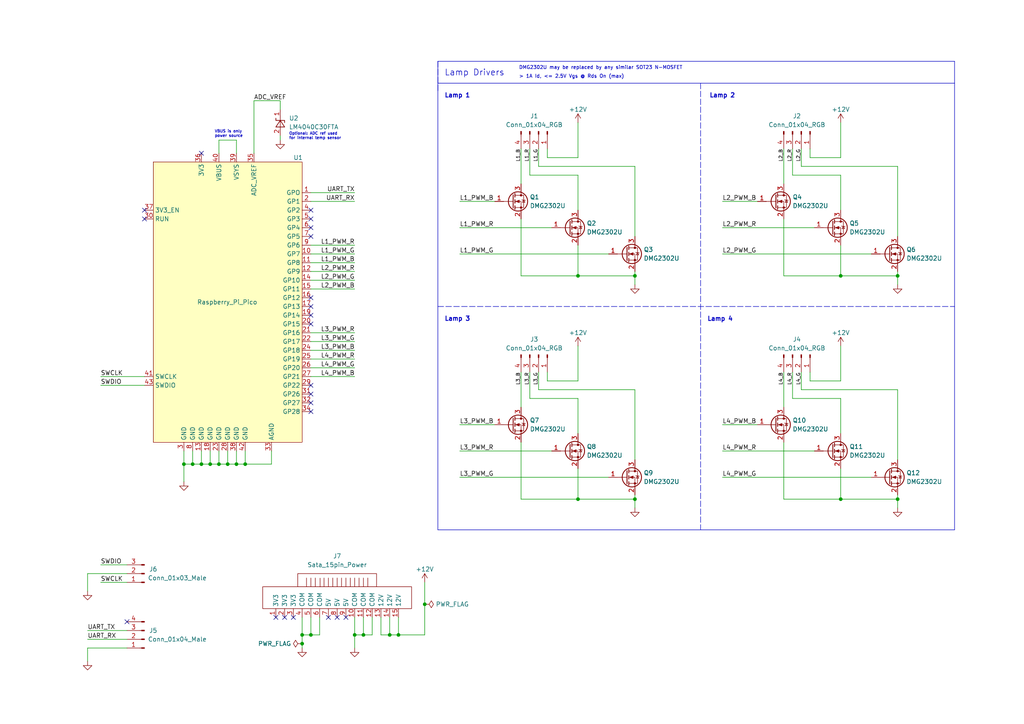
<source format=kicad_sch>
(kicad_sch (version 20211123) (generator eeschema)
  (paper "A4")
  (title_block (title "Pico 12VRGB Controller") (date "2023-01-17") (rev "0.1") (company "BlueKeyes") (comment 1 "https://github.com/bluekeyes/pico-12rgb-hid-controller"))
  (lib_symbols
    (symbol "Connector:Conn_01x03_Male" (pin_names (offset 1.016) hide)
      (property "Reference" "J" (at 0 5.08 0))
      (property "Value" "Conn_01x03_Male" (at 0 -5.08 0))
      (symbol "Conn_01x03_Male_1_1"
        (polyline (pts (xy 1.27 -2.54) (xy 0.8636 -2.54)) (stroke (width 0.1524)))
        (polyline (pts (xy 1.27 0) (xy 0.8636 0)) (stroke (width 0.1524)))
        (polyline (pts (xy 1.27 2.54) (xy 0.8636 2.54)) (stroke (width 0.1524)))
        (rectangle (start 0.8636 -2.413) (end 0 -2.667) (stroke (width 0.1524)) (fill (type outline)))
        (rectangle (start 0.8636 0.127) (end 0 -0.127) (stroke (width 0.1524)) (fill (type outline)))
        (rectangle (start 0.8636 2.667) (end 0 2.413) (stroke (width 0.1524)) (fill (type outline)))
        (pin passive line (at 5.08 2.54 180) (length 3.81) (name "Pin_1") (number "1"))
        (pin passive line (at 5.08 0 180) (length 3.81) (name "Pin_2") (number "2"))
        (pin passive line (at 5.08 -2.54 180) (length 3.81) (name "Pin_3") (number "3"))
      )
    )
    (symbol "Connector:Conn_01x04_Male" (pin_names (offset 1.016) hide)
      (property "Reference" "J" (at 0 5.08 0))
      (property "Value" "Conn_01x04_Male" (at 0 -7.62 0))
      (symbol "Conn_01x04_Male_1_1"
        (polyline (pts (xy 1.27 -5.08) (xy 0.8636 -5.08)) (stroke (width 0.1524)))
        (polyline (pts (xy 1.27 -2.54) (xy 0.8636 -2.54)) (stroke (width 0.1524)))
        (polyline (pts (xy 1.27 0) (xy 0.8636 0)) (stroke (width 0.1524)))
        (polyline (pts (xy 1.27 2.54) (xy 0.8636 2.54)) (stroke (width 0.1524)))
        (rectangle (start 0.8636 -4.953) (end 0 -5.207) (stroke (width 0.1524)) (fill (type outline)))
        (rectangle (start 0.8636 -2.413) (end 0 -2.667) (stroke (width 0.1524)) (fill (type outline)))
        (rectangle (start 0.8636 0.127) (end 0 -0.127) (stroke (width 0.1524)) (fill (type outline)))
        (rectangle (start 0.8636 2.667) (end 0 2.413) (stroke (width 0.1524)) (fill (type outline)))
        (pin passive line (at 5.08 2.54 180) (length 3.81) (name "Pin_1") (number "1"))
        (pin passive line (at 5.08 0 180) (length 3.81) (name "Pin_2") (number "2"))
        (pin passive line (at 5.08 -2.54 180) (length 3.81) (name "Pin_3") (number "3"))
        (pin passive line (at 5.08 -5.08 180) (length 3.81) (name "Pin_4") (number "4"))
      )
    )
    (symbol "Reference_Voltage:LM4040DBZ-3" (pin_names (offset 0.0254) hide)
      (property "Reference" "U" (at 0 2.54 0))
      (property "Value" "LM4040DBZ-3" (at 0 -3.175 0))
      (symbol "LM4040DBZ-3_0_1"
        (polyline (pts (xy -1.27 0) (xy 0 0) (xy 1.27 0)))
        (polyline (pts (xy -1.27 -1.27) (xy 0.635 0) (xy -1.27 1.27) (xy -1.27 -1.27)) (stroke (width 0.2032)))
        (polyline (pts (xy 0 -1.27) (xy 0.635 -1.27) (xy 0.635 1.27) (xy 1.27 1.27)) (stroke (width 0.2032)))
      )
      (symbol "LM4040DBZ-3_1_1"
        (pin passive line (at 3.81 0 180) (length 2.54) (name "K") (number "1"))
        (pin passive line (at -3.81 0 0) (length 2.54) (name "A") (number "2"))
      )
    )
    (symbol "Transistor_FET:DMG2302U" (pin_names hide)
      (property "Reference" "Q" (at 5.08 1.905 0))
      (property "Value" "DMG2302U" (at 5.08 0 0))
      (symbol "DMG2302U_0_1"
        (polyline (pts (xy 0.254 0) (xy -2.54 0)))
        (polyline (pts (xy 0.254 1.905) (xy 0.254 -1.905)) (stroke (width 0.254)))
        (polyline (pts (xy 0.762 -1.27) (xy 0.762 -2.286)) (stroke (width 0.254)))
        (polyline (pts (xy 0.762 0.508) (xy 0.762 -0.508)) (stroke (width 0.254)))
        (polyline (pts (xy 0.762 2.286) (xy 0.762 1.27)) (stroke (width 0.254)))
        (polyline (pts (xy 2.54 2.54) (xy 2.54 1.778)))
        (polyline (pts (xy 2.54 -2.54) (xy 2.54 0) (xy 0.762 0)))
        (polyline (pts (xy 0.762 -1.778) (xy 3.302 -1.778) (xy 3.302 1.778) (xy 0.762 1.778)))
        (polyline (pts (xy 1.016 0) (xy 2.032 0.381) (xy 2.032 -0.381) (xy 1.016 0)) (fill (type outline)))
        (polyline (pts (xy 2.794 0.508) (xy 2.921 0.381) (xy 3.683 0.381) (xy 3.81 0.254)))
        (polyline (pts (xy 3.302 0.381) (xy 2.921 -0.254) (xy 3.683 -0.254) (xy 3.302 0.381)))
        (circle (center 1.651 0) (radius 2.794) (stroke (width 0.254)))
        (circle (center 2.54 -1.778) (radius 0.254) (fill (type outline)))
        (circle (center 2.54 1.778) (radius 0.254) (fill (type outline)))
      )
      (symbol "DMG2302U_1_1"
        (pin input line (at -5.08 0 0) (length 2.54) (name "G") (number "1"))
        (pin passive line (at 2.54 -5.08 90) (length 2.54) (name "S") (number "2"))
        (pin passive line (at 2.54 5.08 270) (length 2.54) (name "D") (number "3"))
      )
    )
    (symbol "pico_12vrgb:Raspberry_Pi_Pico"
      (property "Reference" "U" (at 20.32 41.91 0))
      (property "Value" "Raspberry_Pi_Pico" (at 0 0 0))
      (symbol "Raspberry_Pi_Pico_0_0"
        (pin bidirectional line (at 24.13 31.75 180) (length 2.54) (name "GPO") (number "1"))
        (pin bidirectional line (at 24.13 13.97 180) (length 2.54) (name "GP7") (number "10"))
        (pin bidirectional line (at 24.13 11.43 180) (length 2.54) (name "GP8") (number "11"))
        (pin bidirectional line (at 24.13 8.89 180) (length 2.54) (name "GP9") (number "12"))
        (pin power_in line (at -7.62 -43.18 90) (length 2.54) (name "GND") (number "13"))
        (pin bidirectional line (at 24.13 6.35 180) (length 2.54) (name "GP10") (number "14"))
        (pin bidirectional line (at 24.13 3.81 180) (length 2.54) (name "GP11") (number "15"))
        (pin bidirectional line (at 24.13 1.27 180) (length 2.54) (name "GP12") (number "16"))
        (pin bidirectional line (at 24.13 -1.27 180) (length 2.54) (name "GP13") (number "17"))
        (pin power_in line (at -5.08 -43.18 90) (length 2.54) (name "GND") (number "18"))
        (pin bidirectional line (at 24.13 -3.81 180) (length 2.54) (name "GP14") (number "19"))
        (pin bidirectional line (at 24.13 29.21 180) (length 2.54) (name "GP1") (number "2"))
        (pin bidirectional line (at 24.13 -6.35 180) (length 2.54) (name "GP15") (number "20"))
        (pin bidirectional line (at 24.13 -8.89 180) (length 2.54) (name "GP16") (number "21"))
        (pin bidirectional line (at 24.13 -11.43 180) (length 2.54) (name "GP17") (number "22"))
        (pin power_in line (at -2.54 -43.18 90) (length 2.54) (name "GND") (number "23"))
        (pin bidirectional line (at 24.13 -13.97 180) (length 2.54) (name "GP18") (number "24"))
        (pin bidirectional line (at 24.13 -16.51 180) (length 2.54) (name "GP19") (number "25"))
        (pin bidirectional line (at 24.13 -19.05 180) (length 2.54) (name "GP20") (number "26"))
        (pin bidirectional line (at 24.13 -21.59 180) (length 2.54) (name "GP21") (number "27"))
        (pin power_in line (at 0 -43.18 90) (length 2.54) (name "GND") (number "28"))
        (pin bidirectional line (at 24.13 -24.13 180) (length 2.54) (name "GP22") (number "29"))
        (pin power_in line (at -12.7 -43.18 90) (length 2.54) (name "GND") (number "3"))
        (pin input line (at -24.13 24.13 0) (length 2.54) (name "RUN") (number "30"))
        (pin bidirectional line (at 24.13 -26.67 180) (length 2.54) (name "GP26") (number "31"))
        (pin bidirectional line (at 24.13 -29.21 180) (length 2.54) (name "GP27") (number "32"))
        (pin power_in line (at 12.7 -43.18 90) (length 2.54) (name "AGND") (number "33"))
        (pin bidirectional line (at 24.13 -31.75 180) (length 2.54) (name "GP28") (number "34"))
        (pin input line (at 7.62 43.18 270) (length 2.54) (name "ADC_VREF") (number "35"))
        (pin power_out line (at -7.62 43.18 270) (length 2.54) (name "3V3") (number "36"))
        (pin input line (at -24.13 26.67 0) (length 2.54) (name "3V3_EN") (number "37"))
        (pin power_in line (at 2.54 -43.18 90) (length 2.54) (name "GND") (number "38"))
        (pin power_in line (at 2.54 43.18 270) (length 2.54) (name "VSYS") (number "39"))
        (pin bidirectional line (at 24.13 26.67 180) (length 2.54) (name "GP2") (number "4"))
        (pin power_out line (at -2.54 43.18 270) (length 2.54) (name "VBUS") (number "40"))
        (pin input line (at -24.13 -21.59 0) (length 2.54) (name "SWCLK") (number "41"))
        (pin power_in line (at 5.08 -43.18 90) (length 2.54) (name "GND") (number "42"))
        (pin bidirectional line (at -24.13 -24.13 0) (length 2.54) (name "SWDIO") (number "43"))
        (pin bidirectional line (at 24.13 24.13 180) (length 2.54) (name "GP3") (number "5"))
        (pin bidirectional line (at 24.13 21.59 180) (length 2.54) (name "GP4") (number "6"))
        (pin bidirectional line (at 24.13 19.05 180) (length 2.54) (name "GP5") (number "7"))
        (pin power_in line (at -10.16 -43.18 90) (length 2.54) (name "GND") (number "8"))
        (pin bidirectional line (at 24.13 16.51 180) (length 2.54) (name "GP6") (number "9"))
      )
      (symbol "Raspberry_Pi_Pico_0_1"
        (rectangle (start -21.59 40.64) (end 21.59 -40.64) (fill (type background)))
      )
    )
    (symbol "pico_12vrgb:Sata_15pin_Power"
      (property "Reference" "J" (at 0 13.97 0))
      (property "Value" "Sata_15pin_Power" (at 0 11.43 0))
      (symbol "Sata_15pin_Power_0_1"
        (rectangle (start -21.59 6.35) (end 21.59 0))
        (rectangle (start -11.43 10.16) (end 11.43 6.35))
        (polyline (pts (xy -8.89 8.89) (xy -8.89 6.35)))
        (polyline (pts (xy -7.62 8.89) (xy -7.62 6.35)))
        (polyline (pts (xy -6.35 8.89) (xy -6.35 6.35)))
        (polyline (pts (xy -4.9508 8.8477) (xy -4.9508 6.3077)))
        (polyline (pts (xy -3.81 8.89) (xy -3.81 6.35)))
        (polyline (pts (xy -2.54 8.89) (xy -2.54 6.35)))
        (polyline (pts (xy -1.27 8.89) (xy -1.27 6.35)))
        (polyline (pts (xy 0 8.89) (xy 0 6.35)))
        (polyline (pts (xy 1.27 8.89) (xy 1.27 6.35)))
        (polyline (pts (xy 2.54 8.89) (xy 2.54 6.35)))
        (polyline (pts (xy 3.81 8.89) (xy 3.81 6.35)))
        (polyline (pts (xy 5.08 8.89) (xy 5.08 6.35)))
        (polyline (pts (xy 6.35 8.89) (xy 6.35 6.35)))
        (polyline (pts (xy 7.62 8.89) (xy 7.62 6.35)))
        (polyline (pts (xy 8.89 8.89) (xy 8.89 6.35)))
      )
      (symbol "Sata_15pin_Power_1_1"
        (pin passive line (at -17.78 -2.54 90) (length 2.54) (name "3V3") (number "1"))
        (pin passive line (at 5.08 -2.54 90) (length 2.54) (name "COM") (number "10"))
        (pin passive line (at 7.62 -2.54 90) (length 2.54) (name "COM") (number "11"))
        (pin passive line (at 10.16 -2.54 90) (length 2.54) (name "COM") (number "12"))
        (pin passive line (at 12.7 -2.54 90) (length 2.54) (name "12V") (number "13"))
        (pin passive line (at 15.24 -2.54 90) (length 2.54) (name "12V") (number "14"))
        (pin passive line (at 17.78 -2.54 90) (length 2.54) (name "12V") (number "15"))
        (pin passive line (at -15.24 -2.54 90) (length 2.54) (name "3V3") (number "2"))
        (pin passive line (at -12.7 -2.54 90) (length 2.54) (name "3V3") (number "3"))
        (pin passive line (at -10.16 -2.54 90) (length 2.54) (name "COM") (number "4"))
        (pin passive line (at -7.62 -2.54 90) (length 2.54) (name "COM") (number "5"))
        (pin passive line (at -5.08 -2.54 90) (length 2.54) (name "COM") (number "6"))
        (pin passive line (at -2.54 -2.54 90) (length 2.54) (name "5V") (number "7"))
        (pin passive line (at 0 -2.54 90) (length 2.54) (name "5V") (number "8"))
        (pin passive line (at 2.54 -2.54 90) (length 2.54) (name "5V") (number "9"))
      )
    )
    (symbol "power:+12V" (power) (pin_names (offset 0))
      (property "Value" "+12V" (at 0 3.556 0))
      (symbol "+12V_0_1"
        (polyline (pts (xy -0.762 1.27) (xy 0 2.54)))
        (polyline (pts (xy 0 0) (xy 0 2.54)))
        (polyline (pts (xy 0 2.54) (xy 0.762 1.27)))
      )
      (symbol "+12V_1_1"
        (pin power_in line (at 0 0 90) (length 0) hide (name "+12V") (number "1"))
      )
    )
    (symbol "power:GND" (power) (pin_names (offset 0))
      (property "Value" "GND" (at 0 -3.81 0))
      (symbol "GND_0_1"
        (polyline (pts (xy 0 0) (xy 0 -1.27) (xy 1.27 -1.27) (xy 0 -2.54) (xy -1.27 -1.27) (xy 0 -1.27)))
      )
      (symbol "GND_1_1"
        (pin power_in line (at 0 0 270) (length 0) hide (name "GND") (number "1"))
      )
    )
    (symbol "power:PWR_FLAG" (power) (pin_numbers hide) (pin_names (offset 0) hide)
      (property "Value" "PWR_FLAG" (at 0 3.81 0))
      (symbol "PWR_FLAG_0_0"
        (pin power_out line (at 0 0 90) (length 0) (name "pwr") (number "1"))
      )
      (symbol "PWR_FLAG_0_1"
        (polyline (pts (xy 0 0) (xy 0 1.27) (xy -1.016 1.905) (xy 0 2.54) (xy 1.016 1.905) (xy 0 1.27)))
      )
    )
  )
  (junction (at 90.17 184.15))
  (junction (at 55.88 134.62))
  (junction (at 167.64 80.01))
  (junction (at 68.58 134.62))
  (junction (at 63.5 134.62))
  (junction (at 123.19 175.26))
  (junction (at 113.03 184.15))
  (junction (at 167.64 144.78))
  (junction (at 71.12 134.62))
  (junction (at 53.34 134.62))
  (junction (at 260.35 80.01))
  (junction (at 66.04 134.62))
  (junction (at 115.57 184.15))
  (junction (at 260.35 144.78))
  (junction (at 58.42 134.62))
  (junction (at 184.15 80.01))
  (junction (at 184.15 144.78))
  (junction (at 102.87 184.15))
  (junction (at 87.63 184.15))
  (junction (at 243.84 144.78))
  (junction (at 243.84 80.01))
  (junction (at 87.63 186.69))
  (junction (at 105.41 184.15))
  (junction (at 60.96 134.62))
  (no_connect (at 90.17 116.84))
  (no_connect (at 90.17 60.96))
  (no_connect (at 82.55 179.07))
  (no_connect (at 90.17 119.38))
  (no_connect (at 90.17 91.44))
  (no_connect (at 90.17 68.58))
  (no_connect (at 41.91 63.5))
  (no_connect (at 90.17 63.5))
  (no_connect (at 90.17 86.36))
  (no_connect (at 97.79 179.07))
  (no_connect (at 90.17 114.3))
  (no_connect (at 90.17 111.76))
  (no_connect (at 100.33 179.07))
  (no_connect (at 95.25 179.07))
  (no_connect (at 80.01 179.07))
  (no_connect (at 90.17 66.04))
  (no_connect (at 85.09 179.07))
  (no_connect (at 90.17 93.98))
  (no_connect (at 41.91 60.96))
  (no_connect (at 90.17 88.9))
  (no_connect (at 58.42 44.45))
  (no_connect (at 36.83 180.34))
  (wire (pts (xy 90.17 184.15) (xy 92.71 184.15)))
  (wire (pts (xy 243.84 71.12) (xy 243.84 80.01)))
  (wire (pts (xy 133.35 58.42) (xy 143.51 58.42)))
  (wire (pts (xy 232.41 113.03) (xy 260.35 113.03)))
  (wire (pts (xy 184.15 48.26) (xy 184.15 68.58)))
  (polyline (pts (xy 127 24.13) (xy 276.86 24.13)) (stroke (width 0) (type solid)))
  (wire (pts (xy 63.5 40.64) (xy 63.5 44.45)))
  (wire (pts (xy 71.12 130.81) (xy 71.12 134.62)))
  (wire (pts (xy 260.35 113.03) (xy 260.35 133.35)))
  (wire (pts (xy 115.57 184.15) (xy 123.19 184.15)))
  (wire (pts (xy 81.28 39.37) (xy 81.28 40.64)))
  (wire (pts (xy 227.33 107.95) (xy 227.33 118.11)))
  (wire (pts (xy 90.17 81.28) (xy 102.87 81.28)))
  (wire (pts (xy 90.17 58.42) (xy 102.87 58.42)))
  (wire (pts (xy 29.21 109.22) (xy 41.91 109.22)))
  (wire (pts (xy 260.35 78.74) (xy 260.35 80.01)))
  (wire (pts (xy 243.84 80.01) (xy 260.35 80.01)))
  (polyline (pts (xy 127 17.78) (xy 127 153.67)) (stroke (width 0) (type solid)))
  (wire (pts (xy 158.75 110.49) (xy 167.64 110.49)))
  (wire (pts (xy 151.13 144.78) (xy 167.64 144.78)))
  (wire (pts (xy 102.87 184.15) (xy 105.41 184.15)))
  (wire (pts (xy 29.21 163.83) (xy 36.83 163.83)))
  (wire (pts (xy 153.67 50.8) (xy 167.64 50.8)))
  (wire (pts (xy 53.34 130.81) (xy 53.34 134.62)))
  (wire (pts (xy 229.87 115.57) (xy 243.84 115.57)))
  (wire (pts (xy 60.96 134.62) (xy 63.5 134.62)))
  (wire (pts (xy 90.17 109.22) (xy 102.87 109.22)))
  (wire (pts (xy 90.17 106.68) (xy 102.87 106.68)))
  (wire (pts (xy 184.15 144.78) (xy 184.15 147.32)))
  (wire (pts (xy 158.75 45.72) (xy 167.64 45.72)))
  (wire (pts (xy 90.17 96.52) (xy 102.87 96.52)))
  (wire (pts (xy 133.35 123.19) (xy 143.51 123.19)))
  (wire (pts (xy 25.4 166.37) (xy 25.4 171.45)))
  (wire (pts (xy 55.88 134.62) (xy 58.42 134.62)))
  (wire (pts (xy 133.35 73.66) (xy 176.53 73.66)))
  (wire (pts (xy 167.64 71.12) (xy 167.64 80.01)))
  (wire (pts (xy 243.84 100.33) (xy 243.84 110.49)))
  (wire (pts (xy 227.33 80.01) (xy 227.33 63.5)))
  (wire (pts (xy 156.21 113.03) (xy 184.15 113.03)))
  (wire (pts (xy 113.03 184.15) (xy 115.57 184.15)))
  (wire (pts (xy 260.35 143.51) (xy 260.35 144.78)))
  (wire (pts (xy 229.87 50.8) (xy 243.84 50.8)))
  (wire (pts (xy 209.55 58.42) (xy 219.71 58.42)))
  (wire (pts (xy 81.28 31.75) (xy 81.28 29.21)))
  (wire (pts (xy 209.55 73.66) (xy 252.73 73.66)))
  (wire (pts (xy 156.21 48.26) (xy 184.15 48.26)))
  (wire (pts (xy 90.17 73.66) (xy 102.87 73.66)))
  (wire (pts (xy 151.13 43.18) (xy 151.13 53.34)))
  (wire (pts (xy 25.4 185.42) (xy 36.83 185.42)))
  (wire (pts (xy 153.67 115.57) (xy 167.64 115.57)))
  (wire (pts (xy 115.57 179.07) (xy 115.57 184.15)))
  (wire (pts (xy 63.5 130.81) (xy 63.5 134.62)))
  (wire (pts (xy 107.95 184.15) (xy 107.95 179.07)))
  (wire (pts (xy 243.84 35.56) (xy 243.84 45.72)))
  (wire (pts (xy 66.04 130.81) (xy 66.04 134.62)))
  (wire (pts (xy 167.64 80.01) (xy 184.15 80.01)))
  (wire (pts (xy 63.5 40.64) (xy 68.58 40.64)))
  (wire (pts (xy 151.13 107.95) (xy 151.13 118.11)))
  (wire (pts (xy 73.66 29.21) (xy 81.28 29.21)))
  (wire (pts (xy 58.42 130.81) (xy 58.42 134.62)))
  (wire (pts (xy 234.95 110.49) (xy 243.84 110.49)))
  (wire (pts (xy 234.95 107.95) (xy 234.95 110.49)))
  (wire (pts (xy 133.35 66.04) (xy 160.02 66.04)))
  (wire (pts (xy 90.17 99.06) (xy 102.87 99.06)))
  (wire (pts (xy 53.34 134.62) (xy 53.34 139.7)))
  (wire (pts (xy 158.75 107.95) (xy 158.75 110.49)))
  (wire (pts (xy 167.64 115.57) (xy 167.64 125.73)))
  (wire (pts (xy 209.55 66.04) (xy 236.22 66.04)))
  (wire (pts (xy 105.41 184.15) (xy 107.95 184.15)))
  (polyline (pts (xy 127 17.78) (xy 127 26.67)))
  (wire (pts (xy 243.84 50.8) (xy 243.84 60.96)))
  (wire (pts (xy 184.15 113.03) (xy 184.15 133.35)))
  (wire (pts (xy 167.64 144.78) (xy 184.15 144.78)))
  (wire (pts (xy 184.15 143.51) (xy 184.15 144.78)))
  (wire (pts (xy 123.19 175.26) (xy 123.19 184.15)))
  (wire (pts (xy 36.83 187.96) (xy 25.4 187.96)))
  (wire (pts (xy 92.71 179.07) (xy 92.71 184.15)))
  (wire (pts (xy 87.63 186.69) (xy 87.63 187.96)))
  (wire (pts (xy 227.33 80.01) (xy 243.84 80.01)))
  (wire (pts (xy 87.63 184.15) (xy 90.17 184.15)))
  (wire (pts (xy 229.87 107.95) (xy 229.87 115.57)))
  (wire (pts (xy 232.41 43.18) (xy 232.41 48.26)))
  (wire (pts (xy 87.63 179.07) (xy 87.63 184.15)))
  (wire (pts (xy 260.35 80.01) (xy 260.35 82.55)))
  (wire (pts (xy 243.84 144.78) (xy 260.35 144.78)))
  (wire (pts (xy 167.64 50.8) (xy 167.64 60.96)))
  (wire (pts (xy 167.64 135.89) (xy 167.64 144.78)))
  (wire (pts (xy 68.58 40.64) (xy 68.58 44.45)))
  (wire (pts (xy 260.35 48.26) (xy 260.35 68.58)))
  (wire (pts (xy 78.74 134.62) (xy 78.74 130.81)))
  (wire (pts (xy 209.55 123.19) (xy 219.71 123.19)))
  (wire (pts (xy 60.96 130.81) (xy 60.96 134.62)))
  (wire (pts (xy 110.49 179.07) (xy 110.49 184.15)))
  (wire (pts (xy 68.58 130.81) (xy 68.58 134.62)))
  (wire (pts (xy 234.95 45.72) (xy 243.84 45.72)))
  (wire (pts (xy 153.67 107.95) (xy 153.67 115.57)))
  (wire (pts (xy 53.34 134.62) (xy 55.88 134.62)))
  (wire (pts (xy 110.49 184.15) (xy 113.03 184.15)))
  (wire (pts (xy 68.58 134.62) (xy 71.12 134.62)))
  (wire (pts (xy 25.4 187.96) (xy 25.4 191.77)))
  (wire (pts (xy 227.33 144.78) (xy 227.33 128.27)))
  (wire (pts (xy 133.35 130.81) (xy 160.02 130.81)))
  (wire (pts (xy 58.42 134.62) (xy 60.96 134.62)))
  (wire (pts (xy 167.64 100.33) (xy 167.64 110.49)))
  (wire (pts (xy 209.55 130.81) (xy 236.22 130.81)))
  (wire (pts (xy 29.21 111.76) (xy 41.91 111.76)))
  (wire (pts (xy 227.33 43.18) (xy 227.33 53.34)))
  (wire (pts (xy 260.35 144.78) (xy 260.35 147.32)))
  (wire (pts (xy 209.55 138.43) (xy 252.73 138.43)))
  (wire (pts (xy 123.19 168.91) (xy 123.19 175.26)))
  (polyline (pts (xy 276.86 17.78) (xy 127 17.78)) (stroke (width 0) (type solid)))
  (wire (pts (xy 156.21 107.95) (xy 156.21 113.03)))
  (wire (pts (xy 102.87 184.15) (xy 102.87 187.96)))
  (wire (pts (xy 29.21 168.91) (xy 36.83 168.91)))
  (wire (pts (xy 232.41 48.26) (xy 260.35 48.26)))
  (wire (pts (xy 63.5 134.62) (xy 66.04 134.62)))
  (wire (pts (xy 90.17 104.14) (xy 102.87 104.14)))
  (wire (pts (xy 87.63 184.15) (xy 87.63 186.69)))
  (wire (pts (xy 90.17 101.6) (xy 102.87 101.6)))
  (wire (pts (xy 73.66 29.21) (xy 73.66 44.45)))
  (wire (pts (xy 153.67 43.18) (xy 153.67 50.8)))
  (wire (pts (xy 105.41 179.07) (xy 105.41 184.15)))
  (polyline (pts (xy 127 88.9) (xy 276.86 88.9)))
  (wire (pts (xy 133.35 138.43) (xy 176.53 138.43)))
  (wire (pts (xy 243.84 135.89) (xy 243.84 144.78)))
  (wire (pts (xy 66.04 134.62) (xy 68.58 134.62)))
  (wire (pts (xy 113.03 179.07) (xy 113.03 184.15)))
  (polyline (pts (xy 127 153.67) (xy 276.86 153.67)) (stroke (width 0) (type solid)))
  (wire (pts (xy 151.13 144.78) (xy 151.13 128.27)))
  (wire (pts (xy 25.4 182.88) (xy 36.83 182.88)))
  (wire (pts (xy 90.17 83.82) (xy 102.87 83.82)))
  (polyline (pts (xy 276.86 153.67) (xy 276.86 17.78)) (stroke (width 0) (type solid)))
  (wire (pts (xy 90.17 78.74) (xy 102.87 78.74)))
  (wire (pts (xy 102.87 179.07) (xy 102.87 184.15)))
  (wire (pts (xy 184.15 80.01) (xy 184.15 82.55)))
  (wire (pts (xy 243.84 115.57) (xy 243.84 125.73)))
  (wire (pts (xy 151.13 80.01) (xy 151.13 63.5)))
  (wire (pts (xy 55.88 130.81) (xy 55.88 134.62)))
  (wire (pts (xy 151.13 80.01) (xy 167.64 80.01)))
  (wire (pts (xy 90.17 76.2) (xy 102.87 76.2)))
  (polyline (pts (xy 203.2 24.13) (xy 203.2 153.67)))
  (wire (pts (xy 25.4 166.37) (xy 36.83 166.37)))
  (wire (pts (xy 156.21 43.18) (xy 156.21 48.26)))
  (wire (pts (xy 234.95 43.18) (xy 234.95 45.72)))
  (wire (pts (xy 71.12 134.62) (xy 78.74 134.62)))
  (wire (pts (xy 184.15 78.74) (xy 184.15 80.01)))
  (wire (pts (xy 229.87 43.18) (xy 229.87 50.8)))
  (wire (pts (xy 232.41 107.95) (xy 232.41 113.03)))
  (wire (pts (xy 90.17 179.07) (xy 90.17 184.15)))
  (wire (pts (xy 227.33 144.78) (xy 243.84 144.78)))
  (wire (pts (xy 90.17 71.12) (xy 102.87 71.12)))
  (wire (pts (xy 158.75 43.18) (xy 158.75 45.72)))
  (wire (pts (xy 167.64 35.56) (xy 167.64 45.72)))
  (wire (pts (xy 90.17 55.88) (xy 102.87 55.88)))
  (text "Lamp 2" (at 205.74 28.575 0) (effects (font (size 1.27 1.27) (thickness 0.254) bold) (justify left bottom)))
  (text "Lamp Drivers" (at 128.905 22.225 0) (effects (font (size 1.75 1.75)) (justify left bottom)))
  (text "> 1A Id, <= 2.5V Vgs @ Rds On (max)" (at 150.495 22.86 0) (effects (font (size 1 1)) (justify left bottom)))
  (text "DMG2302U may be replaced by any similar SOT23 N-MOSFET" (at 150.495 20.32 0) (effects (font (size 1 1)) (justify left bottom)))
  (text "Optional: ADC ref used\nfor internal temp sensor" (at 83.82 40.64 0) (effects (font (size 0.8 0.8)) (justify left bottom)))
  (text "Lamp 4" (at 205.105 93.3792 0) (effects (font (size 1.27 1.27) (thickness 0.254) bold) (justify left bottom)))
  (text "Lamp 1" (at 128.905 28.575 0) (effects (font (size 1.27 1.27) (thickness 0.254) bold) (justify left bottom)))
  (text "VBUS is only\npower source" (at 62.23 40.005 0) (effects (font (size 0.8 0.8)) (justify left bottom)))
  (text "Lamp 3" (at 128.905 93.345 0) (effects (font (size 1.27 1.27) (thickness 0.254) bold) (justify left bottom)))
  (label "L3_R" (at 153.67 107.95 270) (effects (font (size 1 1))))
  (label "L3_PWM_G" (at 102.87 99.06 180))
  (label "UART_RX" (at 102.87 58.42 180))
  (label "L3_PWM_R" (at 133.35 130.81 0))
  (label "L4_R" (at 229.87 107.95 270) (effects (font (size 1 1))))
  (label "L1_PWM_G" (at 133.35 73.66 0))
  (label "L3_PWM_R" (at 102.87 96.52 180))
  (label "L4_PWM_G" (at 102.87 106.68 180))
  (label "L2_PWM_G" (at 209.55 73.66 0))
  (label "ADC_VREF" (at 73.66 29.21 0))
  (label "L4_PWM_G" (at 209.55 138.43 0))
  (label "L3_B" (at 151.13 107.95 270) (effects (font (size 1 1))))
  (label "L2_G" (at 232.41 43.18 270) (effects (font (size 1 1))))
  (label "L4_G" (at 232.41 107.95 270) (effects (font (size 1 1))))
  (label "L2_PWM_G" (at 102.87 81.28 180))
  (label "SWDIO" (at 29.21 111.76 0))
  (label "L1_PWM_R" (at 133.35 66.04 0))
  (label "L2_PWM_R" (at 209.55 66.04 0))
  (label "L3_PWM_G" (at 133.35 138.43 0))
  (label "L1_G" (at 156.21 43.18 270) (effects (font (size 1 1))))
  (label "L1_PWM_B" (at 133.35 58.42 0))
  (label "L1_R" (at 153.67 43.18 270) (effects (font (size 1 1))))
  (label "L2_PWM_B" (at 102.87 83.82 180))
  (label "L2_R" (at 229.87 43.18 270) (effects (font (size 1 1))))
  (label "L2_B" (at 227.33 43.18 270) (effects (font (size 1 1))))
  (label "L1_PWM_R" (at 102.87 71.12 180))
  (label "SWDIO" (at 29.21 163.83 0))
  (label "L2_PWM_B" (at 209.55 58.42 0))
  (label "L4_PWM_R" (at 102.87 104.14 180))
  (label "L3_PWM_B" (at 133.35 123.19 0))
  (label "SWCLK" (at 29.21 109.22 0))
  (label "UART_RX" (at 25.4 185.42 0))
  (label "L1_PWM_B" (at 102.87 76.2 180))
  (label "SWCLK" (at 29.21 168.91 0))
  (label "UART_TX" (at 25.4 182.88 0))
  (label "L3_G" (at 156.21 107.95 270) (effects (font (size 1 1))))
  (label "L4_PWM_R" (at 209.55 130.81 0))
  (label "L4_PWM_B" (at 209.55 123.19 0))
  (label "L4_B" (at 227.33 107.95 270) (effects (font (size 1 1))))
  (label "L4_PWM_B" (at 102.87 109.22 180))
  (label "L2_PWM_R" (at 102.87 78.74 180))
  (label "L1_PWM_G" (at 102.87 73.66 180))
  (label "L1_B" (at 151.13 43.18 270) (effects (font (size 1 1))))
  (label "UART_TX" (at 102.87 55.88 180))
  (label "L3_PWM_B" (at 102.87 101.6 180))
  (symbol (lib_id "power:GND") (at 260.35 147.32 0) (unit 1)
    (property "Reference" "#PWR014" (effects hide))
    (property "Value" "GND" (effects hide))
  )
  (symbol (lib_id "pico_12vrgb:Sata_15pin_Power") (at 97.79 176.53 0) (unit 1)
    (property "Reference" "J7" (at 97.79 161.29 0))
    (property "Value" "Sata_15pin_Power" (at 97.79 163.83 0))
    (property "Footprint" "pico_12vrgb_controller:ModDIY_SATA_15pin_RightAngle_Header" (effects hide))
  )
  (symbol (lib_id "power:PWR_FLAG") (at 87.63 186.69 90) (unit 1)
    (property "Reference" "#FLG0102" (effects hide))
    (property "Value" "PWR_FLAG" (at 84.455 186.69 90) (effects (justify left)))
  )
  (symbol (lib_id "power:+12V") (at 243.84 100.33 0) (unit 1)
    (property "Reference" "#PWR012" (effects hide))
    (property "Value" "+12V" (at 243.84 96.52 0))
  )
  (symbol (lib_id "power:GND") (at 102.87 187.96 0) (unit 1)
    (property "Reference" "#PWR05" (effects hide))
    (property "Value" "GND" (effects hide))
  )
  (symbol (lib_id "Transistor_FET:DMG2302U") (at 257.81 138.43 0) (unit 1)
    (property "Reference" "Q12" (at 262.89 137.16 0) (effects (justify left)))
    (property "Value" "DMG2302U" (at 262.89 139.7 0) (effects (justify left)))
    (property "Footprint" "Package_TO_SOT_SMD:SOT-23" (effects hide))
    (property "Datasheet" "http://www.diodes.com/assets/Datasheets/DMG2302U.pdf" (effects hide))
  )
  (symbol (lib_id "Transistor_FET:DMG2302U") (at 148.59 58.42 0) (unit 1)
    (property "Reference" "Q1" (at 153.67 57.15 0) (effects (justify left)))
    (property "Value" "DMG2302U" (at 153.67 59.69 0) (effects (justify left)))
    (property "Footprint" "Package_TO_SOT_SMD:SOT-23" (effects hide))
    (property "Datasheet" "http://www.diodes.com/assets/Datasheets/DMG2302U.pdf" (effects hide))
  )
  (symbol (lib_id "Transistor_FET:DMG2302U") (at 224.79 123.19 0) (unit 1)
    (property "Reference" "Q10" (at 229.87 121.92 0) (effects (justify left)))
    (property "Value" "DMG2302U" (at 229.87 124.46 0) (effects (justify left)))
    (property "Footprint" "Package_TO_SOT_SMD:SOT-23" (effects hide))
    (property "Datasheet" "http://www.diodes.com/assets/Datasheets/DMG2302U.pdf" (effects hide))
  )
  (symbol (lib_id "power:GND") (at 87.63 187.96 0) (unit 1)
    (property "Reference" "#PWR04" (effects hide))
    (property "Value" "GND" (effects hide))
  )
  (symbol (lib_id "power:GND") (at 25.4 171.45 0) (unit 1)
    (property "Reference" "#PWR0102" (effects hide))
    (property "Value" "GND" (effects hide))
  )
  (symbol (lib_id "power:GND") (at 184.15 82.55 0) (unit 1)
    (property "Reference" "#PWR09" (effects hide))
    (property "Value" "GND" (effects hide))
  )
  (symbol (lib_id "Transistor_FET:DMG2302U") (at 165.1 66.04 0) (unit 1)
    (property "Reference" "Q2" (at 170.18 64.77 0) (effects (justify left)))
    (property "Value" "DMG2302U" (at 170.18 67.31 0) (effects (justify left)))
    (property "Footprint" "Package_TO_SOT_SMD:SOT-23" (effects hide))
    (property "Datasheet" "http://www.diodes.com/assets/Datasheets/DMG2302U.pdf" (effects hide))
  )
  (symbol (lib_id "power:+12V") (at 167.64 100.33 0) (unit 1)
    (property "Reference" "#PWR08" (effects hide))
    (property "Value" "+12V" (at 167.64 96.52 0))
  )
  (symbol (lib_id "Connector:Conn_01x04_Male") (at 232.41 38.1 270) (unit 1)
    (property "Reference" "J2" (at 231.14 33.655 90))
    (property "Value" "Conn_01x04_RGB" (at 231.14 36.195 90))
    (property "Footprint" "Connector_PinHeader_2.54mm:PinHeader_1x04_P2.54mm_Vertical" (effects hide))
  )
  (symbol (lib_id "power:+12V") (at 243.84 35.56 0) (unit 1)
    (property "Reference" "#PWR011" (effects hide))
    (property "Value" "+12V" (at 243.84 31.75 0))
  )
  (symbol (lib_id "Connector:Conn_01x04_Male") (at 41.91 185.42 180) (unit 1)
    (property "Reference" "J5" (at 44.45 182.88 0))
    (property "Value" "Conn_01x04_Male" (at 51.435 185.42 0))
    (property "Footprint" "Connector_PinHeader_2.54mm:PinHeader_1x04_P2.54mm_Vertical" (effects hide))
  )
  (symbol (lib_id "power:GND") (at 25.4 191.77 0) (unit 1)
    (property "Reference" "#PWR01" (effects hide))
    (property "Value" "GND" (effects hide))
  )
  (symbol (lib_id "power:GND") (at 53.34 139.7 0) (unit 1)
    (property "Reference" "#PWR02" (effects hide))
    (property "Value" "GND" (effects hide))
  )
  (symbol (lib_id "Transistor_FET:DMG2302U") (at 241.3 66.04 0) (unit 1)
    (property "Reference" "Q5" (at 246.38 64.77 0) (effects (justify left)))
    (property "Value" "DMG2302U" (at 246.38 67.31 0) (effects (justify left)))
    (property "Footprint" "Package_TO_SOT_SMD:SOT-23" (effects hide))
    (property "Datasheet" "http://www.diodes.com/assets/Datasheets/DMG2302U.pdf" (effects hide))
  )
  (symbol (lib_id "Transistor_FET:DMG2302U") (at 165.1 130.81 0) (unit 1)
    (property "Reference" "Q8" (at 170.18 129.54 0) (effects (justify left)))
    (property "Value" "DMG2302U" (at 170.18 132.08 0) (effects (justify left)))
    (property "Footprint" "Package_TO_SOT_SMD:SOT-23" (effects hide))
    (property "Datasheet" "http://www.diodes.com/assets/Datasheets/DMG2302U.pdf" (effects hide))
  )
  (symbol (lib_id "Connector:Conn_01x03_Male") (at 41.91 166.37 180) (unit 1)
    (property "Reference" "J6" (at 44.45 165.1 0))
    (property "Value" "Conn_01x03_Male" (at 51.435 167.64 0))
    (property "Footprint" "Connector_PinHeader_2.54mm:PinHeader_1x03_P2.54mm_Vertical" (effects hide))
  )
  (symbol (lib_id "Transistor_FET:DMG2302U") (at 257.81 73.66 0) (unit 1)
    (property "Reference" "Q6" (at 262.89 72.39 0) (effects (justify left)))
    (property "Value" "DMG2302U" (at 262.89 74.93 0) (effects (justify left)))
    (property "Footprint" "Package_TO_SOT_SMD:SOT-23" (effects hide))
    (property "Datasheet" "http://www.diodes.com/assets/Datasheets/DMG2302U.pdf" (effects hide))
  )
  (symbol (lib_id "power:+12V") (at 123.19 168.91 0) (unit 1)
    (property "Reference" "#PWR06" (effects hide))
    (property "Value" "+12V" (at 123.19 165.1 0))
  )
  (symbol (lib_id "Transistor_FET:DMG2302U") (at 181.61 73.66 0) (unit 1)
    (property "Reference" "Q3" (at 186.69 72.39 0) (effects (justify left)))
    (property "Value" "DMG2302U" (at 186.69 74.93 0) (effects (justify left)))
    (property "Footprint" "Package_TO_SOT_SMD:SOT-23" (effects hide))
    (property "Datasheet" "http://www.diodes.com/assets/Datasheets/DMG2302U.pdf" (effects hide))
  )
  (symbol (lib_id "Transistor_FET:DMG2302U") (at 148.59 123.19 0) (unit 1)
    (property "Reference" "Q7" (at 153.67 121.92 0) (effects (justify left)))
    (property "Value" "DMG2302U" (at 153.67 124.46 0) (effects (justify left)))
    (property "Footprint" "Package_TO_SOT_SMD:SOT-23" (effects hide))
    (property "Datasheet" "http://www.diodes.com/assets/Datasheets/DMG2302U.pdf" (effects hide))
  )
  (symbol (lib_id "Connector:Conn_01x04_Male") (at 156.21 38.1 270) (unit 1)
    (property "Reference" "J1" (at 154.94 33.655 90))
    (property "Value" "Conn_01x04_RGB" (at 154.94 36.195 90))
    (property "Footprint" "Connector_PinHeader_2.54mm:PinHeader_1x04_P2.54mm_Vertical" (effects hide))
  )
  (symbol (lib_id "Connector:Conn_01x04_Male") (at 156.21 102.87 270) (unit 1)
    (property "Reference" "J3" (at 154.94 98.425 90))
    (property "Value" "Conn_01x04_RGB" (at 154.94 100.965 90))
    (property "Footprint" "Connector_PinHeader_2.54mm:PinHeader_1x04_P2.54mm_Vertical" (effects hide))
  )
  (symbol (lib_id "Transistor_FET:DMG2302U") (at 181.61 138.43 0) (unit 1)
    (property "Reference" "Q9" (at 186.69 137.16 0) (effects (justify left)))
    (property "Value" "DMG2302U" (at 186.69 139.7 0) (effects (justify left)))
    (property "Footprint" "Package_TO_SOT_SMD:SOT-23" (effects hide))
    (property "Datasheet" "http://www.diodes.com/assets/Datasheets/DMG2302U.pdf" (effects hide))
  )
  (symbol (lib_id "power:+12V") (at 167.64 35.56 0) (unit 1)
    (property "Reference" "#PWR07" (effects hide))
    (property "Value" "+12V" (at 167.64 31.75 0))
  )
  (symbol (lib_id "Reference_Voltage:LM4040DBZ-3") (at 81.28 35.56 90) (unit 1)
    (property "Reference" "U2" (at 83.82 34.2899 90) (effects (justify right)))
    (property "Value" "LM4040C30FTA" (at 83.82 36.8299 90) (effects (justify right)))
    (property "Footprint" "Package_TO_SOT_SMD:SOT-23" (effects hide))
    (property "Datasheet" "http://www.ti.com/lit/ds/symlink/lm4040-n.pdf" (effects hide))
  )
  (symbol (lib_id "power:GND") (at 184.15 147.32 0) (unit 1)
    (property "Reference" "#PWR010" (effects hide))
    (property "Value" "GND" (effects hide))
  )
  (symbol (lib_id "pico_12vrgb:Raspberry_Pi_Pico") (at 66.04 87.63 0) (unit 1)
    (property "Reference" "U1" (at 85.09 45.72 0) (effects (justify left)))
    (property "Value" "Raspberry_Pi_Pico" (at 57.15 87.63 0) (effects (justify left)))
    (property "Footprint" "pico_12vrgb_controller:RPi_Pico_SMD" (effects hide))
  )
  (symbol (lib_id "power:GND") (at 81.28 40.64 0) (unit 1)
    (property "Reference" "#PWR0101" (effects hide))
    (property "Value" "GND" (effects hide))
  )
  (symbol (lib_id "Transistor_FET:DMG2302U") (at 224.79 58.42 0) (unit 1)
    (property "Reference" "Q4" (at 229.87 57.15 0) (effects (justify left)))
    (property "Value" "DMG2302U" (at 229.87 59.69 0) (effects (justify left)))
    (property "Footprint" "Package_TO_SOT_SMD:SOT-23" (effects hide))
    (property "Datasheet" "http://www.diodes.com/assets/Datasheets/DMG2302U.pdf" (effects hide))
  )
  (symbol (lib_id "power:PWR_FLAG") (at 123.19 175.26 270) (unit 1)
    (property "Reference" "#FLG0101" (effects hide))
    (property "Value" "PWR_FLAG" (at 126.365 175.26 90) (effects (justify left)))
  )
  (symbol (lib_id "Transistor_FET:DMG2302U") (at 241.3 130.81 0) (unit 1)
    (property "Reference" "Q11" (at 246.38 129.54 0) (effects (justify left)))
    (property "Value" "DMG2302U" (at 246.38 132.08 0) (effects (justify left)))
    (property "Footprint" "Package_TO_SOT_SMD:SOT-23" (effects hide))
    (property "Datasheet" "http://www.diodes.com/assets/Datasheets/DMG2302U.pdf" (effects hide))
  )
  (symbol (lib_id "Connector:Conn_01x04_Male") (at 232.41 102.87 270) (unit 1)
    (property "Reference" "J4" (at 231.14 98.425 90))
    (property "Value" "Conn_01x04_RGB" (at 231.14 100.965 90))
    (property "Footprint" "Connector_PinHeader_2.54mm:PinHeader_1x04_P2.54mm_Vertical" (effects hide))
  )
  (symbol (lib_id "power:GND") (at 260.35 82.55 0) (unit 1)
    (property "Reference" "#PWR013" (effects hide))
    (property "Value" "GND" (effects hide))
  )
)
</source>
